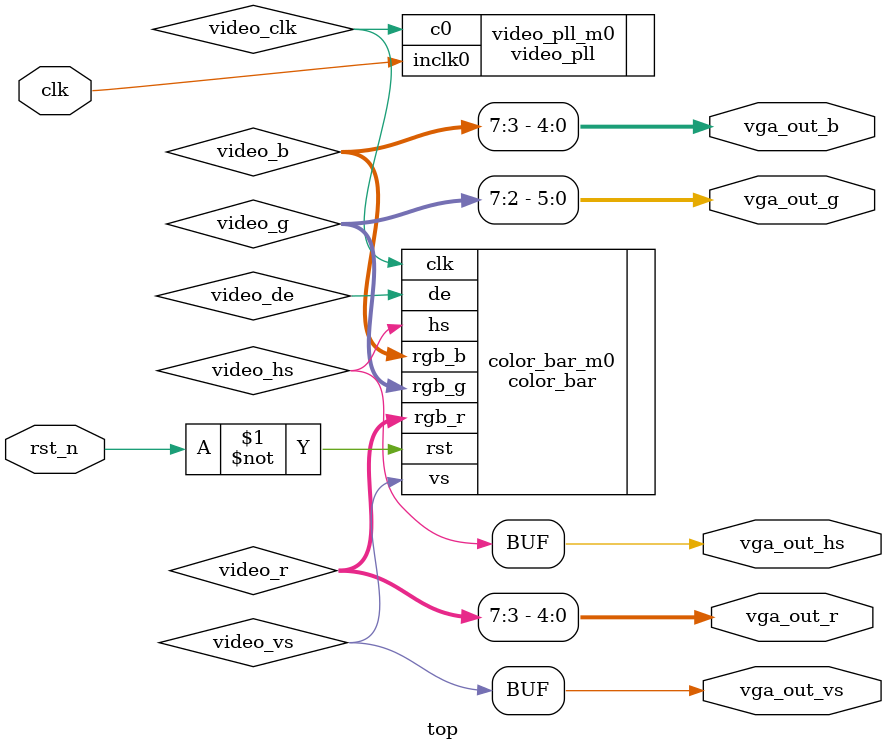
<source format=v>

module top(
	input                       clk,
	input                       rst_n,
	//vga output        
	output                      vga_out_hs, //vga horizontal synchronization         
	output                      vga_out_vs, //vga vertical synchronization                  
	output[4:0]                 vga_out_r,  //vga red
	output[5:0]                 vga_out_g,  //vga green
	output[4:0]                 vga_out_b   //vga blue
	
);

wire                            video_clk;
wire                            video_hs;
wire                            video_vs;
wire                            video_de;
wire[7:0]                       video_r;
wire[7:0]                       video_g;
wire[7:0]                       video_b;

assign vga_out_hs = video_hs;
assign vga_out_vs = video_vs;
assign vga_out_r  = video_r[7:3]; //discard low bit data
assign vga_out_g  = video_g[7:2]; //discard low bit data
assign vga_out_b  = video_b[7:3]; //discard low bit data

//generate video pixel clock
video_pll video_pll_m0(
	.inclk0(clk),
	.c0(video_clk));

color_bar color_bar_m0(
	.clk(video_clk),
	.rst(~rst_n),
	.hs(video_hs),
	.vs(video_vs),
	.de(video_de),
	.rgb_r(video_r),
	.rgb_g(video_g),
	.rgb_b(video_b)
);
endmodule
</source>
